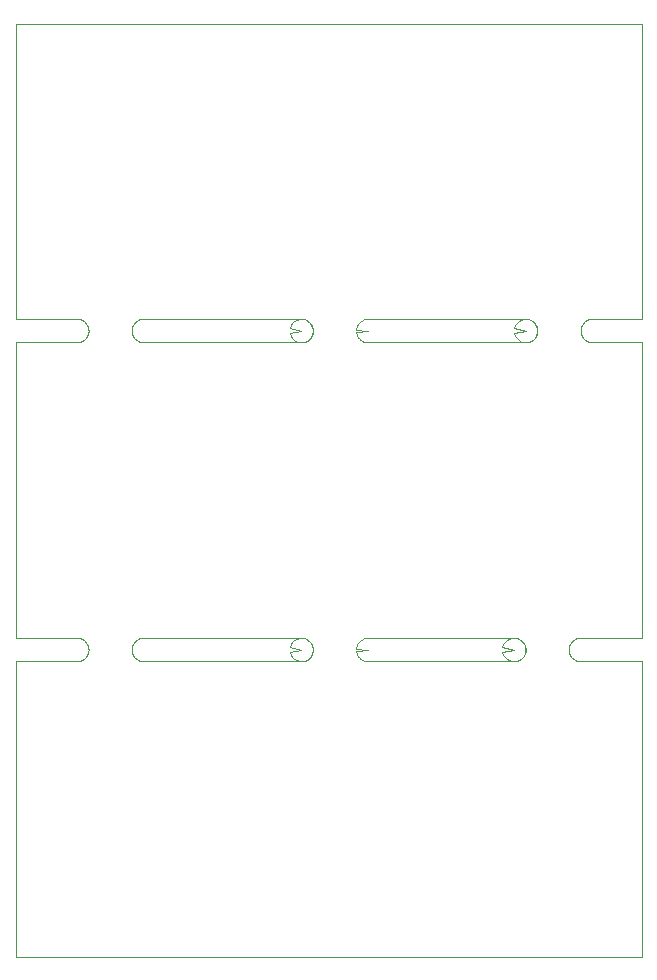
<source format=gko>
%MOIN*%
%OFA0B0*%
%FSLAX36Y36*%
%IPPOS*%
%LPD*%
%ADD10C,0*%
D10*
X001660298Y001062992D02*
X001660298Y001062992D01*
X001669488Y001061904D01*
X001678171Y001058701D01*
X001685866Y001053559D01*
X001692149Y001046763D01*
X001696671Y001038688D01*
X001699183Y001029780D01*
X001699546Y001020533D01*
X001697741Y001011456D01*
X001693866Y001003051D01*
X001688136Y000995783D01*
X001680868Y000990053D01*
X001672464Y000986178D01*
X001663387Y000984373D01*
X001654139Y000984736D01*
X001645231Y000987248D01*
X001637156Y000991770D01*
X001630360Y000998053D01*
X001625219Y001005748D01*
X001622015Y001014431D01*
X001660298Y001023622D01*
X001622015Y001032812D01*
X001625219Y001041495D01*
X001630360Y001049190D01*
X001637156Y001055473D01*
X001645231Y001059995D01*
X001654139Y001062507D01*
X001663387Y001062870D01*
X001672464Y001061065D01*
X001680868Y001057190D01*
X001688136Y001051460D01*
X001693866Y001044192D01*
X001697741Y001035788D01*
X001699546Y001026710D01*
X001699183Y001017463D01*
X001696671Y001008555D01*
X001692149Y001000480D01*
X001685866Y000993684D01*
X001678171Y000988543D01*
X001669488Y000985339D01*
X001660298Y000984251D01*
X001174347Y000984251D01*
X001171258Y000984373D01*
X001168188Y000984736D01*
X001165156Y000985339D01*
X001162181Y000986178D01*
X001159281Y000987248D01*
X001156473Y000988543D01*
X001153776Y000990053D01*
X001151206Y000991770D01*
X001148778Y000993684D01*
X001146508Y000995783D01*
X001144410Y000998053D01*
X001142496Y001000480D01*
X001140779Y001003051D01*
X001139268Y001005748D01*
X001137974Y001008555D01*
X001136904Y001011456D01*
X001136065Y001014431D01*
X001135462Y001017463D01*
X001135098Y001020533D01*
X001174347Y001023622D01*
X001135098Y001026710D01*
X001135462Y001029780D01*
X001136065Y001032812D01*
X001136904Y001035788D01*
X001137974Y001038688D01*
X001139268Y001041495D01*
X001140779Y001044192D01*
X001142496Y001046763D01*
X001144410Y001049190D01*
X001146508Y001051460D01*
X001148778Y001053559D01*
X001151206Y001055473D01*
X001153776Y001057190D01*
X001156473Y001058701D01*
X001159281Y001059995D01*
X001162181Y001061065D01*
X001165156Y001061904D01*
X001168188Y001062507D01*
X001171258Y001062870D01*
X001174347Y001062992D01*
X001660298Y001062992D01*
X001699668Y002125984D02*
X001699668Y002125984D01*
X001708858Y002124896D01*
X001717541Y002121693D01*
X001725237Y002116551D01*
X001731519Y002109755D01*
X001736041Y002101680D01*
X001738553Y002092773D01*
X001738916Y002083525D01*
X001737111Y002074448D01*
X001733236Y002066043D01*
X001727507Y002058775D01*
X001720239Y002053045D01*
X001711834Y002049171D01*
X001702757Y002047365D01*
X001693509Y002047728D01*
X001684601Y002050240D01*
X001676527Y002054763D01*
X001669730Y002061045D01*
X001664589Y002068740D01*
X001661385Y002077423D01*
X001699668Y002086614D01*
X001661385Y002095804D01*
X001664589Y002104487D01*
X001669730Y002112182D01*
X001676527Y002118465D01*
X001684601Y002122987D01*
X001693509Y002125499D01*
X001702757Y002125862D01*
X001711834Y002124057D01*
X001720239Y002120182D01*
X001727507Y002114453D01*
X001733236Y002107184D01*
X001737111Y002098780D01*
X001738916Y002089703D01*
X001738553Y002080455D01*
X001736041Y002071547D01*
X001731519Y002063473D01*
X001725237Y002056676D01*
X001717541Y002051535D01*
X001708858Y002048331D01*
X001699668Y002047244D01*
X001174347Y002047244D01*
X001171258Y002047365D01*
X001168188Y002047728D01*
X001165156Y002048331D01*
X001162181Y002049171D01*
X001159281Y002050240D01*
X001156473Y002051535D01*
X001153776Y002053045D01*
X001151206Y002054763D01*
X001148778Y002056676D01*
X001146508Y002058775D01*
X001144410Y002061045D01*
X001142496Y002063473D01*
X001140779Y002066043D01*
X001139268Y002068740D01*
X001137974Y002071547D01*
X001136904Y002074448D01*
X001136065Y002077423D01*
X001135462Y002080455D01*
X001135098Y002083525D01*
X001174347Y002086614D01*
X001135098Y002089703D01*
X001135462Y002092773D01*
X001136065Y002095804D01*
X001136904Y002098780D01*
X001137974Y002101680D01*
X001139268Y002104487D01*
X001140779Y002107184D01*
X001142496Y002109755D01*
X001144410Y002112182D01*
X001146508Y002114453D01*
X001148778Y002116551D01*
X001151206Y002118465D01*
X001153776Y002120182D01*
X001156473Y002121693D01*
X001159281Y002122987D01*
X001162181Y002124057D01*
X001165156Y002124896D01*
X001168188Y002125499D01*
X001171258Y002125862D01*
X001174347Y002125984D01*
X001699668Y002125984D01*
X000426316Y000984251D02*
X000426316Y000984251D01*
X000426316Y000984251D01*
X000420157Y000984736D01*
X000414150Y000986178D01*
X000408442Y000988543D01*
X000403174Y000991770D01*
X000398477Y000995783D01*
X000394464Y001000480D01*
X000391237Y001005748D01*
X000388872Y001011456D01*
X000387430Y001017463D01*
X000386945Y001023622D01*
X000387430Y001029780D01*
X000388872Y001035788D01*
X000391237Y001041495D01*
X000394464Y001046763D01*
X000398477Y001051460D01*
X000403174Y001055473D01*
X000408442Y001058701D01*
X000414150Y001061065D01*
X000420157Y001062507D01*
X000426316Y001062992D01*
X000951636Y001062992D01*
X000960827Y001061904D01*
X000969510Y001058701D01*
X000977205Y001053559D01*
X000983487Y001046763D01*
X000988009Y001038688D01*
X000990522Y001029780D01*
X000990885Y001020533D01*
X000989079Y001011456D01*
X000985205Y001003051D01*
X000979475Y000995783D01*
X000972207Y000990053D01*
X000963802Y000986178D01*
X000954725Y000984373D01*
X000945477Y000984736D01*
X000936570Y000987248D01*
X000928495Y000991770D01*
X000921699Y000998053D01*
X000916557Y001005748D01*
X000913354Y001014431D01*
X000951636Y001023622D01*
X000913354Y001032812D01*
X000916557Y001041495D01*
X000921699Y001049190D01*
X000928495Y001055473D01*
X000936570Y001059995D01*
X000945477Y001062507D01*
X000954725Y001062870D01*
X000963802Y001061065D01*
X000972207Y001057190D01*
X000979475Y001051460D01*
X000985205Y001044192D01*
X000989079Y001035788D01*
X000990885Y001026710D01*
X000990522Y001017463D01*
X000988009Y001008555D01*
X000983487Y001000480D01*
X000977205Y000993684D01*
X000969510Y000988543D01*
X000960827Y000985339D01*
X000951636Y000984251D01*
X000426316Y000984251D01*
X000426316Y002047244D02*
X000426316Y002047244D01*
X000426316Y002047244D01*
X000420157Y002047728D01*
X000414150Y002049171D01*
X000408442Y002051535D01*
X000403174Y002054763D01*
X000398477Y002058775D01*
X000394464Y002063473D01*
X000391237Y002068740D01*
X000388872Y002074448D01*
X000387430Y002080455D01*
X000386945Y002086614D01*
X000387430Y002092773D01*
X000388872Y002098780D01*
X000391237Y002104487D01*
X000394464Y002109755D01*
X000398477Y002114453D01*
X000403174Y002118465D01*
X000408442Y002121693D01*
X000414150Y002124057D01*
X000420157Y002125499D01*
X000426316Y002125984D01*
X000951636Y002125984D01*
X000960827Y002124896D01*
X000969510Y002121693D01*
X000977205Y002116551D01*
X000983487Y002109755D01*
X000988009Y002101680D01*
X000990522Y002092773D01*
X000990885Y002083525D01*
X000989079Y002074448D01*
X000985205Y002066043D01*
X000979475Y002058775D01*
X000972207Y002053045D01*
X000963802Y002049171D01*
X000954725Y002047365D01*
X000945477Y002047728D01*
X000936570Y002050240D01*
X000928495Y002054763D01*
X000921699Y002061045D01*
X000916557Y002068740D01*
X000913354Y002077423D01*
X000951636Y002086614D01*
X000913354Y002095804D01*
X000916557Y002104487D01*
X000921699Y002112182D01*
X000928495Y002118465D01*
X000936570Y002122987D01*
X000945477Y002125499D01*
X000954725Y002125862D01*
X000963802Y002124057D01*
X000972207Y002120182D01*
X000979475Y002114453D01*
X000985205Y002107184D01*
X000989079Y002098780D01*
X000990885Y002089703D01*
X000990522Y002080455D01*
X000988009Y002071547D01*
X000983487Y002063473D01*
X000977205Y002056676D01*
X000969510Y002051535D01*
X000960827Y002048331D01*
X000951636Y002047244D01*
X000426316Y002047244D01*
X000203605Y002125984D02*
X000203605Y002125984D01*
X000203605Y002125984D01*
X000209764Y002125499D01*
X000215771Y002124057D01*
X000221478Y002121693D01*
X000226746Y002118465D01*
X000231444Y002114453D01*
X000235456Y002109755D01*
X000238684Y002104487D01*
X000241048Y002098780D01*
X000242490Y002092773D01*
X000242975Y002086614D01*
X000242490Y002080455D01*
X000241048Y002074448D01*
X000238684Y002068740D01*
X000235456Y002063473D01*
X000231444Y002058775D01*
X000226746Y002054763D01*
X000221478Y002051535D01*
X000215771Y002049171D01*
X000209764Y002047728D01*
X000203605Y002047244D01*
X000000000Y002047244D01*
X000000000Y001062992D01*
X000203605Y001062992D01*
X000203605Y001062992D01*
X000209764Y001062507D01*
X000215771Y001061065D01*
X000221478Y001058701D01*
X000226746Y001055473D01*
X000231444Y001051460D01*
X000235456Y001046763D01*
X000238684Y001041495D01*
X000241048Y001035788D01*
X000242490Y001029780D01*
X000242975Y001023622D01*
X000242490Y001017463D01*
X000241048Y001011456D01*
X000238684Y001005748D01*
X000235456Y001000480D01*
X000231444Y000995783D01*
X000226746Y000991770D01*
X000221478Y000988543D01*
X000215771Y000986178D01*
X000209764Y000984736D01*
X000203605Y000984251D01*
X000000000Y000984251D01*
X000000000Y000000000D01*
X002086614Y000000000D01*
X002086614Y000984251D01*
X001883008Y000984251D01*
X001883008Y000984251D01*
X001876850Y000984736D01*
X001870842Y000986178D01*
X001865135Y000988543D01*
X001859867Y000991770D01*
X001855170Y000995783D01*
X001851157Y001000480D01*
X001847929Y001005748D01*
X001845565Y001011456D01*
X001844123Y001017463D01*
X001843638Y001023622D01*
X001844123Y001029780D01*
X001845565Y001035788D01*
X001847929Y001041495D01*
X001851157Y001046763D01*
X001855170Y001051460D01*
X001859867Y001055473D01*
X001865135Y001058701D01*
X001870842Y001061065D01*
X001876850Y001062507D01*
X001883008Y001062992D01*
X002086614Y001062992D01*
X002086614Y002047244D01*
X001922379Y002047244D01*
X001922379Y002047244D01*
X001916220Y002047728D01*
X001910212Y002049171D01*
X001904505Y002051535D01*
X001899237Y002054763D01*
X001894540Y002058775D01*
X001890527Y002063473D01*
X001887300Y002068740D01*
X001884935Y002074448D01*
X001883493Y002080455D01*
X001883008Y002086614D01*
X001883493Y002092773D01*
X001884935Y002098780D01*
X001887300Y002104487D01*
X001890527Y002109755D01*
X001894540Y002114453D01*
X001899237Y002118465D01*
X001904505Y002121693D01*
X001910212Y002124057D01*
X001916220Y002125499D01*
X001922379Y002125984D01*
X002086614Y002125984D01*
X002086614Y003110236D01*
X000000000Y003110236D01*
X000000000Y002125984D01*
X000203605Y002125984D01*
M02*
</source>
